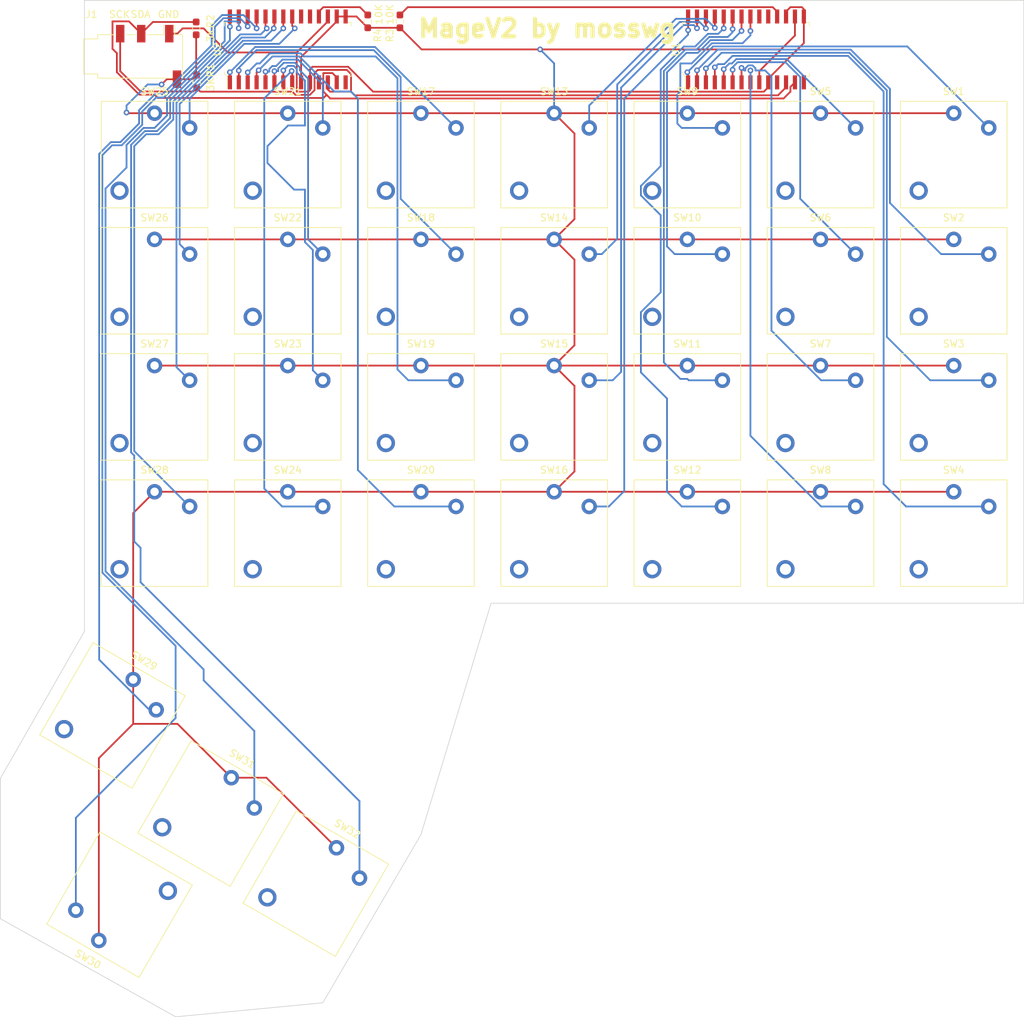
<source format=kicad_pcb>
(kicad_pcb (version 20211014) (generator pcbnew)
  (layers (0 "F.Cu" signal) (31 "B.Cu" signal) (34 "B.Paste" user) (35 "F.Paste" user) (36 "B.SilkS" user "B.Silkscreen") (37 "F.SilkS" user "F.Silkscreen") (38 "B.Mask" user) (39 "F.Mask" user) (44 "Edge.Cuts" user))
  (net 0 "")
  (net 1 "/SDA")
  (net 2 "/SCK")
  (net 3 "+5V")
  (net 4 "GND")
  (net 5 "/Reset 1")
  (net 6 "/Reset 2")
  (net 7 "Net-(SW1-Pad2)")
  (net 8 "Net-(SW2-Pad2)")
  (net 9 "Net-(SW3-Pad2)")
  (net 10 "Net-(SW4-Pad2)")
  (net 11 "Net-(SW5-Pad2)")
  (net 12 "Net-(SW6-Pad2)")
  (net 13 "Net-(SW7-Pad2)")
  (net 14 "Net-(SW8-Pad2)")
  (net 15 "Net-(SW9-Pad2)")
  (net 16 "Net-(SW10-Pad2)")
  (net 17 "Net-(SW11-Pad2)")
  (net 18 "Net-(SW12-Pad2)")
  (net 19 "Net-(SW13-Pad2)")
  (net 20 "Net-(SW14-Pad2)")
  (net 21 "Net-(SW15-Pad2)")
  (net 22 "Net-(SW16-Pad2)")
  (net 23 "Net-(SW17-Pad2)")
  (net 24 "Net-(SW18-Pad2)")
  (net 25 "Net-(SW19-Pad2)")
  (net 26 "Net-(SW20-Pad2)")
  (net 27 "Net-(SW21-Pad2)")
  (net 28 "Net-(SW22-Pad2)")
  (net 29 "Net-(SW23-Pad2)")
  (net 30 "Net-(SW24-Pad2)")
  (net 31 "Net-(SW25-Pad2)")
  (net 32 "Net-(SW26-Pad2)")
  (net 33 "Net-(SW27-Pad2)")
  (net 34 "Net-(SW28-Pad2)")
  (net 35 "Net-(SW29-Pad2)")
  (net 36 "Net-(SW30-Pad2)")
  (net 37 "Net-(SW31-Pad2)")
  (net 38 "Net-(SW32-Pad2)")
  (footprint "Switch_Keyboard_Kailh:SW_Kailh_Choc_V1V2_1.00u" (layer "F.Cu") (at 89 55)
    (fp_text reference "SW25")
    (fp_text value "SW_MEC_5G")
  )
  (footprint "Switch_Keyboard_Kailh:SW_Kailh_Choc_V1V2_1.00u" (layer "F.Cu") (at 184 55)
    (fp_text reference "SW5")
    (fp_text value "SW_MEC_5G")
  )
  (footprint "Switch_Keyboard_Kailh:SW_Kailh_Choc_V1V2_1.00u" (layer "F.Cu") (at 165 109)
    (fp_text reference "SW12")
    (fp_text value "SW_MEC_5G")
  )
  (footprint "Switch_Keyboard_Kailh:SW_Kailh_Choc_V1V2_1.00u" (layer "F.Cu") (at 184 73)
    (fp_text reference "SW6")
    (fp_text value "SW_MEC_5G")
  )
  (footprint "Switch_Keyboard_Kailh:SW_Kailh_Choc_V1V2_1.00u" (layer "F.Cu") (at 184 91)
    (fp_text reference "SW7")
    (fp_text value "SW_MEC_5G")
  )
  (footprint "Switch_Keyboard_Kailh:SW_Kailh_Choc_V1V2_1.00u" (layer "F.Cu") (at 127 91)
    (fp_text reference "SW19")
    (fp_text value "SW_MEC_5G")
  )
  (footprint "Resistor_SMD:R_0603_1608Metric_Pad0.98x0.95mm_HandSolder" (layer "F.Cu") (at 94.935 37 -90)
    (fp_text reference "R2")
    (fp_text value "3K")
  )
  (footprint "Switch_Keyboard_Kailh:SW_Kailh_Choc_V1V2_1.00u" (layer "F.Cu") (at 203 91)
    (fp_text reference "SW3")
    (fp_text value "SW_MEC_5G")
  )
  (footprint "Switch_Keyboard_Kailh:SW_Kailh_Choc_V1V2_1.00u" (layer "F.Cu") (at 165 55)
    (fp_text reference "SW9")
    (fp_text value "SW_MEC_5G")
  )
  (footprint "Switch_Keyboard_Kailh:SW_Kailh_Choc_V1V2_1.00u" (layer "F.Cu") (at 146 73)
    (fp_text reference "SW14")
    (fp_text value "SW_MEC_5G")
  )
  (footprint "Switch_Keyboard_Kailh:SW_Kailh_Choc_V1V2_1.00u" (layer "F.Cu") (at 203 55)
    (fp_text reference "SW1")
    (fp_text value "SW_MEC_5G")
  )
  (footprint "Switch_Keyboard_Kailh:SW_Kailh_Choc_V1V2_1.50u_90deg" (layer "F.Cu") (at 112 159 -30)
    (fp_text reference "SW32")
    (fp_text value "SW_MEC_5G")
  )
  (footprint "Switch_Keyboard_Kailh:SW_Kailh_Choc_V1V2_1.00u" (layer "F.Cu") (at 127 109)
    (fp_text reference "SW20")
    (fp_text value "SW_MEC_5G")
  )
  (footprint "Switch_Keyboard_Kailh:SW_Kailh_Choc_V1V2_1.00u" (layer "F.Cu") (at 83 135 -30)
    (fp_text reference "SW29")
    (fp_text value "SW_MEC_5G")
  )
  (footprint "Switch_Keyboard_Kailh:SW_Kailh_Choc_V1V2_1.00u" (layer "F.Cu") (at 165 73)
    (fp_text reference "SW10")
    (fp_text value "SW_MEC_5G")
  )
  (footprint "Connector_Audio:Jack_3.5mm_PJ320D_Horizontal" (layer "F.Cu") (at 87.27 41)
    (fp_text reference "J1")
    (fp_text value "AudioJack4")
  )
  (footprint "Switch_Keyboard_Kailh:SW_Kailh_Choc_V1V2_1.00u" (layer "F.Cu") (at 184 109)
    (fp_text reference "SW8")
    (fp_text value "SW_MEC_5G")
  )
  (footprint "Switch_Keyboard_Kailh:SW_Kailh_Choc_V1V2_1.00u" (layer "F.Cu") (at 97 149 -30)
    (fp_text reference "SW31")
    (fp_text value "SW_MEC_5G")
  )
  (footprint "Switch_Keyboard_Kailh:SW_Kailh_Choc_V1V2_1.00u" (layer "F.Cu") (at 146 91)
    (fp_text reference "SW15")
    (fp_text value "SW_MEC_5G")
  )
  (footprint "Switch_Keyboard_Kailh:SW_Kailh_Choc_V1V2_1.00u" (layer "F.Cu") (at 203 73)
    (fp_text reference "SW2")
    (fp_text value "SW_MEC_5G")
  )
  (footprint "Resistor_SMD:R_0603_1608Metric_Pad0.98x0.95mm_HandSolder" (layer "F.Cu") (at 124 36 -90)
    (fp_text reference "R3")
    (fp_text value "10K")
  )
  (footprint "digikey-footprints:SOIC-28_W7.5mm" (layer "F.Cu") (at 173.365 40 90)
    (fp_text reference "U1")
    (fp_text value "MCP23017-E_SO")
  )
  (footprint "Switch_Keyboard_Kailh:SW_Kailh_Choc_V1V2_1.00u" (layer "F.Cu") (at 165 91)
    (fp_text reference "SW11")
    (fp_text value "SW_MEC_5G")
  )
  (footprint "Switch_Keyboard_Kailh:SW_Kailh_Choc_V1V2_1.50u" (layer "F.Cu") (at 84 162 150)
    (fp_text reference "SW30")
    (fp_text value "SW_MEC_5G")
  )
  (footprint "Resistor_SMD:R_0603_1608Metric_Pad0.98x0.95mm_HandSolder" (layer "F.Cu") (at 119.4125 36 -90)
    (fp_text reference "R4")
    (fp_text value "10K")
  )
  (footprint "Switch_Keyboard_Kailh:SW_Kailh_Choc_V1V2_1.00u" (layer "F.Cu") (at 108 73)
    (fp_text reference "SW22")
    (fp_text value "SW_MEC_5G")
  )
  (footprint "Switch_Keyboard_Kailh:SW_Kailh_Choc_V1V2_1.00u" (layer "F.Cu") (at 203 109)
    (fp_text reference "SW4")
    (fp_text value "SW_MEC_5G")
  )
  (footprint "Switch_Keyboard_Kailh:SW_Kailh_Choc_V1V2_1.00u" (layer "F.Cu") (at 108 55)
    (fp_text reference "SW21")
    (fp_text value "SW_MEC_5G")
  )
  (footprint "Switch_Keyboard_Kailh:SW_Kailh_Choc_V1V2_1.00u" (layer "F.Cu") (at 127 55)
    (fp_text reference "SW17")
    (fp_text value "SW_MEC_5G")
  )
  (footprint "Switch_Keyboard_Kailh:SW_Kailh_Choc_V1V2_1.00u" (layer "F.Cu") (at 146 109)
    (fp_text reference "SW16")
    (fp_text value "SW_MEC_5G")
  )
  (footprint "Resistor_SMD:R_0603_1608Metric_Pad0.98x0.95mm_HandSolder" (layer "F.Cu") (at 95 44.578052 90)
    (fp_text reference "R1")
    (fp_text value "3K")
  )
  (footprint "Switch_Keyboard_Kailh:SW_Kailh_Choc_V1V2_1.00u" (layer "F.Cu") (at 89 73)
    (fp_text reference "SW26")
    (fp_text value "SW_MEC_5G")
  )
  (footprint "digikey-footprints:SOIC-28_W7.5mm" (layer "F.Cu") (at 108 40 90)
    (fp_text reference "U2")
    (fp_text value "MCP23017-E_SO")
  )
  (footprint "Switch_Keyboard_Kailh:SW_Kailh_Choc_V1V2_1.00u" (layer "F.Cu") (at 108 109)
    (fp_text reference "SW24")
    (fp_text value "SW_MEC_5G")
  )
  (footprint "Switch_Keyboard_Kailh:SW_Kailh_Choc_V1V2_1.00u" (layer "F.Cu") (at 127 73)
    (fp_text reference "SW18")
    (fp_text value "SW_MEC_5G")
  )
  (footprint "Switch_Keyboard_Kailh:SW_Kailh_Choc_V1V2_1.00u" (layer "F.Cu") (at 89 91)
    (fp_text reference "SW27")
    (fp_text value "SW_MEC_5G")
  )
  (footprint "Switch_Keyboard_Kailh:SW_Kailh_Choc_V1V2_1.00u" (layer "F.Cu") (at 89 109)
    (fp_text reference "SW28")
    (fp_text value "SW_MEC_5G")
  )
  (footprint "Switch_Keyboard_Kailh:SW_Kailh_Choc_V1V2_1.00u" (layer "F.Cu") (at 146 55)
    (fp_text reference "SW13")
    (fp_text value "SW_MEC_5G")
  )
  (footprint "Switch_Keyboard_Kailh:SW_Kailh_Choc_V1V2_1.00u" (layer "F.Cu") (at 108 91)
    (fp_text reference "SW23")
    (fp_text value "SW_MEC_5G")
  )
  (gr_line (start 79 47) (end 79 33) (layer "Edge.Cuts") (width 0.1))
  (gr_line (start 137 119) (end 127 152) (layer "Edge.Cuts") (width 0.1))
  (gr_line (start 92 178) (end 113 176) (layer "Edge.Cuts") (width 0.1))
  (gr_line (start 79 47) (end 79 123) (layer "Edge.Cuts") (width 0.1))
  (gr_line (start 213 119) (end 137 119) (layer "Edge.Cuts") (width 0.1))
  (gr_line (start 79 33) (end 213 33) (layer "Edge.Cuts") (width 0.1))
  (gr_line (start 127 152) (end 113 176) (layer "Edge.Cuts") (width 0.1))
  (gr_line (start 213 33) (end 213 119) (layer "Edge.Cuts") (width 0.1))
  (gr_line (start 79 123) (end 67 144) (layer "Edge.Cuts") (width 0.1))
  (gr_line (start 67 164) (end 67 144) (layer "Edge.Cuts") (width 0.1))
  (gr_line (start 92 178) (end 67 164) (layer "Edge.Cuts") (width 0.1))
  (gr_text "GND" (at 91 35) (layer "F.SilkS") (effects (font (size 1 1))))
  (gr_text "SDA" (at 87 35) (layer "F.SilkS") (effects (font (size 1 1))))
  (gr_text "MageV2 by mosswg" (at 145 37) (layer "F.SilkS") (effects (font (size 2.5 2.5) (thickness 0.6))))
  (gr_text "SCK" (at 84 35) (layer "F.SilkS") (effects (font (size 1 1))))
  (segment (start 89 46.45) (end 89.475 46.925) (width 0.25) (layer "F.Cu") (net 1))
  (segment (start 113.09 46.925) (end 113.54 46.475) (width 0.25) (layer "F.Cu") (net 1))
  (segment (start 88.7575 36.0875) (end 94.935 36.0875) (width 0.25) (layer "F.Cu") (net 1))
  (segment (start 83 36) (end 83 39.914008) (width 0.25) (layer "F.Cu") (net 1))
  (segment (start 113.07 46.005) (end 113.07 43.395) (width 0.25) (layer "F.Cu") (net 1))
  (segment (start 180.35 44.7) (end 179.705 45.345) (width 0.25) (layer "F.Cu") (net 1))
  (segment (start 113.07 43.395) (end 113.09 43.375) (width 0.25) (layer "F.Cu") (net 1))
  (segment (start 115 44.685) (end 114.985 44.7) (width 0.25) (layer "F.Cu") (net 1))
  (segment (start 179.705 45.345) (end 179.705 46.025) (width 0.25) (layer "F.Cu") (net 1))
  (segment (start 114.065 47) (end 113.54 46.475) (width 0.25) (layer "F.Cu") (net 1))
  (segment (start 178.73 47) (end 114.065 47) (width 0.25) (layer "F.Cu") (net 1))
  (segment (start 83.620001 40.534009) (end 83.620001 43.256397) (width 0.25) (layer "F.Cu") (net 1))
  (segment (start 87.095 37.75) (end 88.7575 36.0875) (width 0.25) (layer "F.Cu") (net 1))
  (segment (start 114.375 43.375) (end 115 44) (width 0.25) (layer "F.Cu") (net 1))
  (segment (start 85.345 36) (end 83 36) (width 0.25) (layer "F.Cu") (net 1))
  (segment (start 113.09 43.375) (end 114.375 43.375) (width 0.25) (layer "F.Cu") (net 1))
  (segment (start 83 39.914008) (end 83.620001 40.534009) (width 0.25) (layer "F.Cu") (net 1))
  (segment (start 87.095 37.75) (end 85.345 36) (width 0.25) (layer "F.Cu") (net 1))
  (segment (start 179.705 46.025) (end 178.73 47) (width 0.25) (layer "F.Cu") (net 1))
  (segment (start 89.475 46.925) (end 113.09 46.925) (width 0.25) (layer "F.Cu") (net 1))
  (segment (start 113.54 46.475) (end 113.07 46.005) (width 0.25) (layer "F.Cu") (net 1))
  (segment (start 86.813604 46.45) (end 89 46.45) (width 0.25) (layer "F.Cu") (net 1))
  (segment (start 115 44) (end 115 44.685) (width 0.25) (layer "F.Cu") (net 1))
  (segment (start 83.620001 43.256397) (end 86.813604 46.45) (width 0.25) (layer "F.Cu") (net 1))
  (segment (start 117.025 46.025) (end 114.025 46.025) (width 0.25) (layer "F.Cu") (net 2))
  (segment (start 117.025 46.025) (end 117.55 46.55) (width 0.25) (layer "F.Cu") (net 2))
  (segment (start 113.715 45.715) (end 113.715 44.7) (width 0.25) (layer "F.Cu") (net 2))
  (segment (start 117.025 43.52) (end 116.43 42.925) (width 0.25) (layer "F.Cu") (net 2))
  (segment (start 114.025 46.025) (end 113.715 45.715) (width 0.25) (layer "F.Cu") (net 2))
  (segment (start 111.82 43.375) (end 111.82 45.816396) (width 0.25) (layer "F.Cu") (net 2))
  (segment (start 94.490552 46) (end 87 46) (width 0.25) (layer "F.Cu") (net 2))
  (segment (start 117.55 46.55) (end 177.93 46.55) (width 0.25) (layer "F.Cu") (net 2))
  (segment (start 95.534448 46.025) (end 95 45.490552) (width 0.25) (layer "F.Cu") (net 2))
  (segment (start 108.643604 46.025) (end 95.534448 46.025) (width 0.25) (layer "F.Cu") (net 2))
  (segment (start 117.025 46.025) (end 117.025 43.52) (width 0.25) (layer "F.Cu") (net 2))
  (segment (start 95 45.490552) (end 94.490552 46) (width 0.25) (layer "F.Cu") (net 2))
  (segment (start 112.27 42.925) (end 111.82 43.375) (width 0.25) (layer "F.Cu") (net 2))
  (segment (start 116.43 42.925) (end 112.27 42.925) (width 0.25) (layer "F.Cu") (net 2))
  (segment (start 109.093604 46.475) (end 108.643604 46.025) (width 0.25) (layer "F.Cu") (net 2))
  (segment (start 87 46) (end 84.095 43.095) (width 0.25) (layer "F.Cu") (net 2))
  (segment (start 84.095 43.095) (end 84.095 37.75) (width 0.25) (layer "F.Cu") (net 2))
  (segment (start 177.93 46.55) (end 179.08 45.4) (width 0.25) (layer "F.Cu") (net 2))
  (segment (start 111.82 45.816396) (end 111.161396 46.475) (width 0.25) (layer "F.Cu") (net 2))
  (segment (start 111.161396 46.475) (end 109.093604 46.475) (width 0.25) (layer "F.Cu") (net 2))
  (segment (start 184 67.1) (end 203 67.1) (width 0.25) (layer "F.Cu") (net 3))
  (segment (start 108 103.1) (end 89 103.1) (width 0.25) (layer "F.Cu") (net 3))
  (segment (start 89 49.1) (end 108 49.1) (width 0.25) (layer "F.Cu") (net 3))
  (segment (start 127 85.1) (end 108 85.1) (width 0.25) (layer "F.Cu") (net 3))
  (segment (start 184 103.1) (end 203 103.1) (width 0.25) (layer "F.Cu") (net 3))
  (segment (start 146 85.1) (end 148.900001 82.199999) (width 0.25) (layer "F.Cu") (net 3))
  (segment (start 146 49.1) (end 165 49.1) (width 0.25) (layer "F.Cu") (net 3))
  (segment (start 92.195 44.25) (end 90.75 44.25) (width 0.25) (layer "F.Cu") (net 3))
  (segment (start 85.95 136.20955) (end 85.95 129.89045) (width 0.25) (layer "F.Cu") (net 3))
  (segment (start 165 49.1) (end 184 49.1) (width 0.25) (layer "F.Cu") (net 3))
  (segment (start 146 67.1) (end 127 67.1) (width 0.25) (layer "F.Cu") (net 3))
  (segment (start 108 85.1) (end 89 85.1) (width 0.25) (layer "F.Cu") (net 3))
  (segment (start 146 67.1) (end 165 67.1) (width 0.25) (layer "F.Cu") (net 3))
  (segment (start 146 49.1) (end 148.900001 52.000001) (width 0.25) (layer "F.Cu") (net 3))
  (segment (start 148.900001 88.000001) (end 146 85.1) (width 0.25) (layer "F.Cu") (net 3))
  (segment (start 95 43.665552) (end 94.415552 44.25) (width 0.25) (layer "F.Cu") (net 3))
  (segment (start 148.900001 52.000001) (end 148.900001 64.199999) (width 0.25) (layer "F.Cu") (net 3))
  (segment (start 127 103.1) (end 108 103.1) (width 0.25) (layer "F.Cu") (net 3))
  (segment (start 127.0875 40) (end 124 36.9125) (width 0.25) (layer "F.Cu") (net 3))
  (segment (start 146 85.1) (end 127 85.1) (width 0.25) (layer "F.Cu") (net 3))
  (segment (start 146 103.1) (end 127 103.1) (width 0.25) (layer "F.Cu") (net 3))
  (segment (start 108 67.1) (end 89 67.1) (width 0.25) (layer "F.Cu") (net 3))
  (segment (start 94.935 43.600552) (end 95 43.665552) (width 0.25) (layer "F.Cu") (net 3))
  (segment (start 94.415552 44.25) (end 92.195 44.25) (width 0.25) (layer "F.Cu") (net 3))
  (segment (start 127 67.1) (end 108 67.1) (width 0.25) (layer "F.Cu") (net 3))
  (segment (start 92.2691 136.20955) (end 99.95 143.89045) (width 0.25) (layer "F.Cu") (net 3))
  (segment (start 85.95 136.20955) (end 92.2691 136.20955) (width 0.25) (layer "F.Cu") (net 3))
  (segment (start 117.8 35.3) (end 119.4125 36.9125) (width 0.25) (layer "F.Cu") (net 3))
  (segment (start 144 40) (end 127.0875 40) (width 0.25) (layer "F.Cu") (net 3))
  (segment (start 89 103.1) (end 85.95 106.15) (width 0.25) (layer "F.Cu") (net 3))
  (segment (start 165 103.1) (end 184 103.1) (width 0.25) (layer "F.Cu") (net 3))
  (segment (start 114.985 35.3) (end 114.985 36) (width 0.25) (layer "F.Cu") (net 3))
  (segment (start 85.95 106.15) (end 85.95 129.89045) (width 0.25) (layer "F.Cu") (net 3))
  (segment (start 148.900001 82.199999) (end 148.900001 70.000001) (width 0.25) (layer "F.Cu") (net 3))
  (segment (start 116.255 35.3) (end 114.985 35.3) (width 0.25) (layer "F.Cu") (net 3))
  (segment (start 148.900001 70.000001) (end 146 67.1) (width 0.25) (layer "F.Cu") (net 3))
  (segment (start 85 49) (end 85.1 49.1) (width 0.25) (layer "F.Cu") (net 3))
  (segment (start 94.935 37.9125) (end 94.935 43.600552) (width 0.25) (layer "F.Cu") (net 3))
  (segment (start 124 36.9125) (end 119.4125 36.9125) (width 0.25) (layer "F.Cu") (net 3))
  (segment (start 148.900001 100.199999) (end 148.900001 88.000001) (width 0.25) (layer "F.Cu") (net 3))
  (segment (start 148.900001 64.199999) (end 146 67.1) (width 0.25) (layer "F.Cu") (net 3))
  (segment (start 81.05 141.10955) (end 85.95 136.20955) (width 0.25) (layer "F.Cu") (net 3))
  (segment (start 184 85.1) (end 203 85.1) (width 0.25) (layer "F.Cu") (net 3))
  (segment (start 146 85.1) (end 165 85.1) (width 0.25) (layer "F.Cu") (net 3))
  (segment (start 109.905 41.08) (end 109.905 44.7) (width 0.25) (layer "F.Cu") (net 3))
  (segment (start 165 85.1) (end 184 85.1) (width 0.25) (layer "F.Cu") (net 3))
  (segment (start 116.255 35.3) (end 117.8 35.3) (width 0.25) (layer "F.Cu") (net 3))
  (segment (start 81.05 141.10955) (end 81.05 167.10955) (width 0.25) (layer "F.Cu") (net 3))
  (segment (start 146 103.1) (end 148.900001 100.199999) (width 0.25) (layer "F.Cu") (net 3))
  (segment (start 175.27 43.095) (end 178.365 40) (width 0.25) (layer "F.Cu") (net 3))
  (segment (start 175.27 44.7) (end 175.27 43.095) (width 0.25) (layer "F.Cu") (net 3))
  (segment (start 90.75 44.25) (end 90 45) (width 0.25) (layer "F.Cu") (net 3))
  (segment (start 144 40) (end 178.365 40) (width 0.25) (layer "F.Cu") (net 3))
  (segment (start 165 67.1) (end 184 67.1) (width 0.25) (layer "F.Cu") (net 3))
  (segment (start 127 49.1) (end 146 49.1) (width 0.25) (layer "F.Cu") (net 3))
  (segment (start 99.95 143.89045) (end 104.95 143.89045) (width 0.25) (layer "F.Cu") (net 3))
  (segment (start 104.95 143.89045) (end 114.95 153.89045) (width 0.25) (layer "F.Cu") (net 3))
  (segment (start 203 49.1) (end 184 49.1) (width 0.25) (layer "F.Cu") (net 3))
  (segment (start 85.1 49.1) (end 89 49.1) (width 0.25) (layer "F.Cu") (net 3))
  (segment (start 180.35 38.015) (end 180.35 35.3) (width 0.25) (layer "F.Cu") (net 3))
  (segment (start 146 103.1) (end 165 103.1) (width 0.25) (layer "F.Cu") (net 3))
  (segment (start 178.365 40) (end 180.35 38.015) (width 0.25) (layer "F.Cu") (net 3))
  (segment (start 108 49.1) (end 127 49.1) (width 0.25) (layer "F.Cu") (net 3))
  (segment (start 114.985 36) (end 109.905 41.08) (width 0.25) (layer "F.Cu") (net 3))
  (via (at 90 45) (size 0.8) (drill 0.4) (layers "F.Cu" "B.Cu") (net 3))
  (via (at 85 49) (size 0.8) (drill 0.4) (layers "F.Cu" "B.Cu") (net 3))
  (via (at 144 40) (size 0.8) (drill 0.4) (layers "F.Cu" "B.Cu") (net 3))
  (segment (start 85 49) (end 85 48) (width 0.25) (layer "B.Cu") (net 3))
  (segment (start 144 40) (end 146 42) (width 0.25) (layer "B.Cu") (net 3))
  (segment (start 85 48) (end 88 45) (width 0.25) (layer "B.Cu") (net 3))
  (segment (start 88 45) (end 90 45) (width 0.25) (layer "B.Cu") (net 3))
  (segment (start 146 42) (end 146 49.1) (width 0.25) (layer "B.Cu") (net 3))
  (segment (start 111.175 45.825) (end 111.175 44.7) (width 0.25) (layer "F.Cu") (net 4))
  (segment (start 116.616396 42.475) (end 111.525 42.475) (width 0.25) (layer "F.Cu") (net 4))
  (segment (start 176.54 45.4) (end 175.915 46.025) (width 0.25) (layer "F.Cu") (net 4))
  (segment (start 111.525 42.475) (end 111.175 42.825) (width 0.25) (layer "F.Cu") (net 4))
  (segment (start 113.715 36) (end 109.28 40.435) (width 0.25) (layer "F.Cu") (net 4))
  (segment (start 179.705 33.975) (end 181.34 33.975) (width 0.25) (layer "F.Cu") (net 4))
  (segment (start 109.28 46.025) (end 110.975 46.025) (width 0.25) (layer "F.Cu") (net 4))
  (segment (start 99.435 40.435) (end 109.28 40.435) (width 0.25) (layer "F.Cu") (net 4))
  (segment (start 175.915 46.025) (end 120.166396 46.025) (width 0.25) (layer "F.Cu") (net 4))
  (segment (start 93 37) (end 96 37) (width 0.25) (layer "F.Cu") (net 4))
  (segment (start 181.62 39.095) (end 176.54 44.175) (width 0.25) (layer "F.Cu") (net 4))
  (segment (start 92.25 37.75) (end 93 37) (width 0.25) (layer "F.Cu") (net 4))
  (segment (start 96 37) (end 99.435 40.435) (width 0.25) (layer "F.Cu") (net 4))
  (segment (start 91.095 37.75) (end 92.25 37.75) (width 0.25) (layer "F.Cu") (net 4))
  (segment (start 111.175 42.825) (end 111.175 44.7) (width 0.25) (layer "F.Cu") (net 4))
  (segment (start 181.34 33.975) (end 181.62 34.255) (width 0.25) (layer "F.Cu") (net 4))
  (segment (start 120.166396 46.025) (end 116.616396 42.475) (width 0.25) (layer "F.Cu") (net 4))
  (segment (start 179.08 34.6) (end 179.705 33.975) (width 0.25) (layer "F.Cu") (net 4))
  (segment (start 181.62 35.3) (end 181.62 39.095) (width 0.25) (layer "F.Cu") (net 4))
  (segment (start 113.715 35.3) (end 113.715 36) (width 0.25) (layer "F.Cu") (net 4))
  (segment (start 110.975 46.025) (end 111.175 45.825) (width 0.25) (layer "F.Cu") (net 4))
  (segment (start 109.28 40.435) (end 109.28 46.025) (width 0.25) (layer "F.Cu") (net 4))
  (segment (start 177.185 33.975) (end 177.81 34.6) (width 0.25) (layer "F.Cu") (net 5))
  (segment (start 125.1125 33.975) (end 177.185 33.975) (width 0.25) (layer "F.Cu") (net 5))
  (segment (start 124 35.0875) (end 125.1125 33.975) (width 0.25) (layer "F.Cu") (net 5))
  (segment (start 112.445 34.6) (end 113.07 33.975) (width 0.25) (layer "F.Cu") (net 6))
  (segment (start 118.3 33.975) (end 119.4125 35.0875) (width 0.25) (layer "F.Cu") (net 6))
  (segment (start 113.07 33.975) (end 118.3 33.975) (width 0.25) (layer "F.Cu") (net 6))
  (segment (start 112.445 35.3) (end 112.445 34.6) (width 0.25) (layer "F.Cu") (net 6))
  (segment (start 165.11 43.255) (end 165.11 44.7) (width 0.25) (layer "F.Cu") (net 7))
  (via (at 165 43.255) (size 0.8) (drill 0.4) (layers "F.Cu" "B.Cu") (net 7))
  (segment (start 168.68 39.575) (end 196.375 39.575) (width 0.25) (layer "B.Cu") (net 7))
  (segment (start 165 43.255) (end 168.68 39.575) (width 0.25) (layer "B.Cu") (net 7))
  (segment (start 196.375 39.575) (end 208 51.2) (width 0.25) (layer "B.Cu") (net 7))
  (segment (start 166.38 42.985) (end 166.38 44.7) (width 0.25) (layer "F.Cu") (net 8))
  (via (at 166.38 42.985) (size 0.8) (drill 0.4) (layers "F.Cu" "B.Cu") (net 8))
  (segment (start 193.9 45.627208) (end 193.9 61.9) (width 0.25) (layer "B.Cu") (net 8))
  (segment (start 188.297792 40.025) (end 193.9 45.627208) (width 0.25) (layer "B.Cu") (net 8))
  (segment (start 169.314695 40.025) (end 188.297792 40.025) (width 0.25) (layer "B.Cu") (net 8))
  (segment (start 193.9 61.9) (end 201.2 69.2) (width 0.25) (layer "B.Cu") (net 8))
  (segment (start 166.38 42.959695) (end 169.314695 40.025) (width 0.25) (layer "B.Cu") (net 8))
  (segment (start 166.38 42.985) (end 166.38 42.959695) (width 0.25) (layer "B.Cu") (net 8))
  (segment (start 201.2 69.2) (end 208 69.2) (width 0.25) (layer "B.Cu") (net 8))
  (segment (start 167.65 42.715) (end 167.65 44.7) (width 0.25) (layer "F.Cu") (net 9))
  (via (at 167.65 42.715) (size 0.8) (drill 0.4) (layers "F.Cu" "B.Cu") (net 9))
  (segment (start 193.45 81) (end 199.65 87.2) (width 0.25) (layer "B.Cu") (net 9))
  (segment (start 193.45 45.813604) (end 193.45 81) (width 0.25) (layer "B.Cu") (net 9))
  (segment (start 188.111396 40.475) (end 193.45 45.813604) (width 0.25) (layer "B.Cu") (net 9))
  (segment (start 199.65 87.2) (end 208 87.2) (width 0.25) (layer "B.Cu") (net 9))
  (segment (start 169.89 40.475) (end 188.111396 40.475) (width 0.25) (layer "B.Cu") (net 9))
  (segment (start 167.65 42.715) (end 169.89 40.475) (width 0.25) (layer "B.Cu") (net 9))
  (segment (start 168.92 42.555) (end 168.92 44.7) (width 0.25) (layer "F.Cu") (net 10))
  (via (at 168.92 42.555) (size 0.8) (drill 0.4) (layers "F.Cu" "B.Cu") (net 10))
  (segment (start 193 46) (end 193 102) (width 0.25) (layer "B.Cu") (net 10))
  (segment (start 168.92 42.555) (end 169.375 42.1) (width 0.25) (layer "B.Cu") (net 10))
  (segment (start 171.438604 40.925) (end 187.925 40.925) (width 0.25) (layer "B.Cu") (net 10))
  (segment (start 170.263604 42.1) (end 171.438604 40.925) (width 0.25) (layer "B.Cu") (net 10))
  (segment (start 193 102) (end 196.2 105.2) (width 0.25) (layer "B.Cu") (net 10))
  (segment (start 169.375 42.1) (end 170.263604 42.1) (width 0.25) (layer "B.Cu") (net 10))
  (segment (start 187.925 40.925) (end 193 46) (width 0.25) (layer "B.Cu") (net 10))
  (segment (start 196.2 105.2) (end 208 105.2) (width 0.25) (layer "B.Cu") (net 10))
  (segment (start 170.19 44.7) (end 170.19 42.825) (width 0.25) (layer "F.Cu") (net 11))
  (via (at 170.19 42.825) (size 0.8) (drill 0.4) (layers "F.Cu" "B.Cu") (net 11))
  (segment (start 170.19 42.825) (end 170.19 42.81) (width 0.25) (layer "B.Cu") (net 11))
  (segment (start 171 42) (end 171.363604 42) (width 0.25) (layer "B.Cu") (net 11))
  (segment (start 171.363604 42) (end 171.988604 41.375) (width 0.25) (layer "B.Cu") (net 11))
  (segment (start 170.19 42.81) (end 171 42) (width 0.25) (layer "B.Cu") (net 11))
  (segment (start 171.988604 41.375) (end 179.175 41.375) (width 0.25) (layer "B.Cu") (net 11))
  (segment (start 179.175 41.375) (end 189 51.2) (width 0.25) (layer "B.Cu") (net 11))
  (segment (start 171.46 42.905) (end 171.46 44.7) (width 0.25) (layer "F.Cu") (net 12))
  (via (at 171.46 42.905) (size 0.8) (drill 0.4) (layers "F.Cu" "B.Cu") (net 12))
  (segment (start 171.46 42.54) (end 172.175 41.825) (width 0.25) (layer "B.Cu") (net 12))
  (segment (start 181.099999 61.299999) (end 189 69.2) (width 0.25) (layer "B.Cu") (net 12))
  (segment (start 181.099999 43.936395) (end 181.099999 61.299999) (width 0.25) (layer "B.Cu") (net 12))
  (segment (start 172.175 41.825) (end 178.988604 41.825) (width 0.25) (layer "B.Cu") (net 12))
  (segment (start 171.46 42.905) (end 171.46 42.54) (width 0.25) (layer "B.Cu") (net 12))
  (segment (start 178.988604 41.825) (end 181.099999 43.936395) (width 0.25) (layer "B.Cu") (net 12))
  (segment (start 172.73 42.635) (end 172.73 44.7) (width 0.25) (layer "F.Cu") (net 13))
  (via (at 172.73 42.635) (size 0.8) (drill 0.4) (layers "F.Cu" "B.Cu") (net 13))
  (segment (start 174.300305 42.275) (end 174.725 42.699695) (width 0.25) (layer "B.Cu") (net 13))
  (segment (start 174.725 43) (end 176.1 43) (width 0.25) (layer "B.Cu") (net 13))
  (segment (start 177 43.9) (end 177 80.115255) (width 0.25) (layer "B.Cu") (net 13))
  (segment (start 172.73 42.635) (end 173.095 43) (width 0.25) (layer "B.Cu") (net 13))
  (segment (start 177 80.115255) (end 184.084745 87.2) (width 0.25) (layer "B.Cu") (net 13))
  (segment (start 176.1 43) (end 177 43.9) (width 0.25) (layer "B.Cu") (net 13))
  (segment (start 173.699695 42.275) (end 174.300305 42.275) (width 0.25) (layer "B.Cu") (net 13))
  (segment (start 174.725 42.699695) (end 174.725 43) (width 0.25) (layer "B.Cu") (net 13))
  (segment (start 173.275 42.699695) (end 173.699695 42.275) (width 0.25) (layer "B.Cu") (net 13))
  (segment (start 173.275 43) (end 173.275 42.699695) (width 0.25) (layer "B.Cu") (net 13))
  (segment (start 184.084745 87.2) (end 189 87.2) (width 0.25) (layer "B.Cu") (net 13))
  (segment (start 173.095 43) (end 173.275 43) (width 0.25) (layer "B.Cu") (net 13))
  (segment (start 174 44.7) (end 174 43) (width 0.25) (layer "F.Cu") (net 14))
  (via (at 174 43) (size 0.8) (drill 0.4) (layers "F.Cu" "B.Cu") (net 14))
  (segment (start 174 43) (end 174 95.115255) (width 0.25) (layer "B.Cu") (net 14))
  (segment (start 184.084745 105.2) (end 189 105.2) (width 0.25) (layer "B.Cu") (net 14))
  (segment (start 174 95.115255) (end 184.084745 105.2) (width 0.25) (layer "B.Cu") (net 14))
  (segment (start 174 37.365) (end 174 35.3) (width 0.25) (layer "F.Cu") (net 15))
  (via (at 174 37.365) (size 0.8) (drill 0.4) (layers "F.Cu" "B.Cu") (net 15))
  (segment (start 164 46) (end 163.575 46.425) (width 0.25) (layer "B.Cu") (net 15))
  (segment (start 174 37.365) (end 174 38) (width 0.25) (layer "B.Cu") (net 15))
  (segment (start 163.575 46.425) (end 163.575 50.575) (width 0.25) (layer "B.Cu") (net 15))
  (segment (start 168.493604 39.125) (end 165.618604 42) (width 0.25) (layer "B.Cu") (net 15))
  (segment (start 164 42) (end 164 46) (width 0.25) (layer "B.Cu") (net 15))
  (segment (start 174 38) (end 172.875 39.125) (width 0.25) (layer "B.Cu") (net 15))
  (segment (start 165.618604 42) (end 164 42) (width 0.25) (layer "B.Cu") (net 15))
  (segment (start 163.575 50.575) (end 164.2 51.2) (width 0.25) (layer "B.Cu") (net 15))
  (segment (start 164.2 51.2) (end 170 51.2) (width 0.25) (layer "B.Cu") (net 15))
  (segment (start 172.875 39.125) (end 168.493604 39.125) (width 0.25) (layer "B.Cu") (net 15))
  (segment (start 172.73 37.365) (end 172.73 35.3) (width 0.25) (layer "F.Cu") (net 16))
  (via (at 172.73 37.365) (size 0.8) (drill 0.4) (layers "F.Cu" "B.Cu") (net 16))
  (segment (start 172.73 37.365) (end 171.42 38.675) (width 0.25) (layer "B.Cu") (net 16))
  (segment (start 162.099999 43.263605) (end 162.099999 68.099999) (width 0.25) (layer "B.Cu") (net 16))
  (segment (start 166.491104 40.491104) (end 164.8725 40.491104) (width 0.25) (layer "B.Cu") (net 16))
  (segment (start 171.42 38.675) (end 168.307208 38.675) (width 0.25) (layer "B.Cu") (net 16))
  (segment (start 164.8725 40.491104) (end 162.099999 43.263605) (width 0.25) (layer "B.Cu") (net 16))
  (segment (start 168.307208 38.675) (end 166.491104 40.491104) (width 0.25) (layer "B.Cu") (net 16))
  (segment (start 162.099999 68.099999) (end 163.2 69.2) (width 0.25) (layer "B.Cu") (net 16))
  (segment (start 163.2 69.2) (end 170 69.2) (width 0.25) (layer "B.Cu") (net 16))
  (segment (start 171.46 35.3) (end 171.46 37.095) (width 0.25) (layer "F.Cu") (net 17))
  (via (at 171.46 37.095) (size 0.8) (drill 0.4) (layers "F.Cu" "B.Cu") (net 17))
  (segment (start 171.46 37.54) (end 170.775 38.225) (width 0.25) (layer "B.Cu") (net 17))
  (segment (start 165 87) (end 165.2 87.2) (width 0.25) (layer "B.Cu") (net 17))
  (segment (start 168.120812 38.225) (end 166.304708 40.041104) (width 0.25) (layer "B.Cu") (net 17))
  (segment (start 164 87) (end 165 87) (width 0.25) (layer "B.Cu") (net 17))
  (segment (start 171.46 37.095) (end 171.46 37.54) (width 0.25) (layer "B.Cu") (net 17))
  (segment (start 165.2 87.2) (end 170 87.2) (width 0.25) (layer "B.Cu") (net 17))
  (segment (start 164.686104 40.041104) (end 161.649999 43.077209) (width 0.25) (layer "B.Cu") (net 17))
  (segment (start 161.649999 84.649999) (end 164 87) (width 0.25) (layer "B.Cu") (net 17))
  (segment (start 170.775 38.225) (end 168.120812 38.225) (width 0.25) (layer "B.Cu") (net 17))
  (segment (start 161.649999 43.077209) (end 161.649999 84.649999) (width 0.25) (layer "B.Cu") (net 17))
  (segment (start 166.304708 40.041104) (end 164.686104 40.041104) (width 0.25) (layer "B.Cu") (net 17))
  (segment (start 170.19 37) (end 170.19 35.3) (width 0.25) (layer "F.Cu") (net 18))
  (via (at 170.19 37) (size 0.8) (drill 0.4) (layers "F.Cu" "B.Cu") (net 18))
  (segment (start 164.2 105.2) (end 170 105.2) (width 0.25) (layer "B.Cu") (net 18))
  (segment (start 161.199999 63.648097) (end 161.199999 74.651903) (width 0.25) (layer "B.Cu") (net 18))
  (segment (start 167.934416 37.775) (end 166.118312 39.591104) (width 0.25) (layer "B.Cu") (net 18))
  (segment (start 170.19 37) (end 169.415 37.775) (width 0.25) (layer "B.Cu") (net 18))
  (segment (start 158.375 59.476902) (end 158.375 60.823098) (width 0.25) (layer "B.Cu") (net 18))
  (segment (start 166.118312 39.591104) (end 164.499708 39.591104) (width 0.25) (layer "B.Cu") (net 18))
  (segment (start 162.099999 103.099999) (end 164.2 105.2) (width 0.25) (layer "B.Cu") (net 18))
  (segment (start 161.199999 74.651903) (end 158.375 77.476902) (width 0.25) (layer "B.Cu") (net 18))
  (segment (start 162.099999 89.79878) (end 162.099999 103.099999) (width 0.25) (layer "B.Cu") (net 18))
  (segment (start 169.415 37.775) (end 167.934416 37.775) (width 0.25) (layer "B.Cu") (net 18))
  (segment (start 158.375 60.823098) (end 161.199999 63.648097) (width 0.25) (layer "B.Cu") (net 18))
  (segment (start 161.199999 56.651903) (end 158.375 59.476902) (width 0.25) (layer "B.Cu") (net 18))
  (segment (start 161.199999 42.890813) (end 161.199999 56.651903) (width 0.25) (layer "B.Cu") (net 18))
  (segment (start 158.375 77.476902) (end 158.375 86.073781) (width 0.25) (layer "B.Cu") (net 18))
  (segment (start 158.375 86.073781) (end 162.099999 89.79878) (width 0.25) (layer "B.Cu") (net 18))
  (segment (start 164.499708 39.591104) (end 161.199999 42.890813) (width 0.25) (layer "B.Cu") (net 18))
  (segment (start 168.92 36.92) (end 168.92 35.3) (width 0.25) (layer "F.Cu") (net 19))
  (via (at 168.92 36.92) (size 0.8) (drill 0.4) (layers "F.Cu" "B.Cu") (net 19))
  (segment (start 151 48) (end 151 51.2) (width 0.25) (layer "B.Cu") (net 19))
  (segment (start 163.37 35.63) (end 151 48) (width 0.25) (layer "B.Cu") (net 19))
  (segment (start 167.63 35.63) (end 163.37 35.63) (width 0.25) (layer "B.Cu") (net 19))
  (segment (start 168.92 36.92) (end 167.63 35.63) (width 0.25) (layer "B.Cu") (net 19))
  (segment (start 167.65 37) (end 167.65 35.3) (width 0.25) (layer "F.Cu") (net 20))
  (via (at 167.65 37) (size 0.8) (drill 0.4) (layers "F.Cu" "B.Cu") (net 20))
  (segment (start 163.92 36.08) (end 155 45) (width 0.25) (layer "B.Cu") (net 20))
  (segment (start 166.73 36.08) (end 163.92 36.08) (width 0.25) (layer "B.Cu") (net 20))
  (segment (start 155 45) (end 155 67) (width 0.25) (layer "B.Cu") (net 20))
  (segment (start 155 67) (end 152.8 69.2) (width 0.25) (layer "B.Cu") (net 20))
  (segment (start 167.65 37) (end 166.73 36.08) (width 0.25) (layer "B.Cu") (net 20))
  (segment (start 152.8 69.2) (end 151 69.2) (width 0.25) (layer "B.Cu") (net 20))
  (segment (start 166.38 36.985) (end 166.38 35.3) (width 0.25) (layer "F.Cu") (net 21))
  (via (at 166.38 36.985) (size 0.8) (drill 0.4) (layers "F.Cu" "B.Cu") (net 21))
  (segment (start 164.47 36.53) (end 155.55 45.45) (width 0.25) (layer "B.Cu") (net 21))
  (segment (start 166.38 36.985) (end 165.925 36.53) (width 0.25) (layer "B.Cu") (net 21))
  (segment (start 155.55 86) (end 154.35 87.2) (width 0.25) (layer "B.Cu") (net 21))
  (segment (start 155.55 45.45) (end 155.55 86) (width 0.25) (layer "B.Cu") (net 21))
  (segment (start 165.925 36.53) (end 164.47 36.53) (width 0.25) (layer "B.Cu") (net 21))
  (segment (start 154.35 87.2) (end 151 87.2) (width 0.25) (layer "B.Cu") (net 21))
  (segment (start 165.11 37.255) (end 165.11 35.3) (width 0.25) (layer "F.Cu") (net 22))
  (via (at 165.11 37.255) (size 0.8) (drill 0.4) (layers "F.Cu" "B.Cu") (net 22))
  (segment (start 156 103) (end 153.8 105.2) (width 0.25) (layer "B.Cu") (net 22))
  (segment (start 165.11 37.255) (end 165.11 37.89) (width 0.25) (layer "B.Cu") (net 22))
  (segment (start 165.11 37.89) (end 156 47) (width 0.25) (layer "B.Cu") (net 22))
  (segment (start 153.8 105.2) (end 151 105.2) (width 0.25) (layer "B.Cu") (net 22))
  (segment (start 156 47) (end 156 103) (width 0.25) (layer "B.Cu") (net 22))
  (segment (start 99.745 43.255) (end 99.745 44.7) (width 0.25) (layer "F.Cu") (net 23))
  (via (at 99.745 43.255) (size 0.8) (drill 0.4) (layers "F.Cu" "B.Cu") (net 23))
  (segment (start 103.3455 39.6545) (end 120.4545 39.6545) (width 0.25) (layer "B.Cu") (net 23))
  (segment (start 99.745 43.255) (end 103.3455 39.6545) (width 0.25) (layer "B.Cu") (net 23))
  (segment (start 120.4545 39.6545) (end 132 51.2) (width 0.25) (layer "B.Cu") (net 23))
  (segment (start 101.015 43.015) (end 101.015 44.7) (width 0.25) (layer "F.Cu") (net 24))
  (via (at 101.015 43.015) (size 0.8) (drill 0.4) (layers "F.Cu" "B.Cu") (net 24))
  (segment (start 101.015 43.015) (end 101.015 42.621396) (width 0.25) (layer "B.Cu") (net 24))
  (segment (start 124.099999 43.936395) (end 124.099999 61.299999) (width 0.25) (layer "B.Cu") (net 24))
  (segment (start 124.099999 61.299999) (end 132 69.2) (width 0.25) (layer "B.Cu") (net 24))
  (segment (start 103.531896 40.1045) (end 120.268104 40.1045) (width 0.25) (layer "B.Cu") (net 24))
  (segment (start 101.015 42.621396) (end 103.531896 40.1045) (width 0.25) (layer "B.Cu") (net 24))
  (segment (start 120.268104 40.1045) (end 124.099999 43.936395) (width 0.25) (layer "B.Cu") (net 24))
  (segment (start 102.285 43.285) (end 102.285 44.7) (width 0.25) (layer "F.Cu") (net 25))
  (via (at 102.285 43.285) (size 0.8) (drill 0.4) (layers "F.Cu" "B.Cu") (net 25))
  (segment (start 103.57 42) (end 104 42) (width 0.25) (layer "B.Cu") (net 25))
  (segment (start 120.527208 41) (end 123.649999 44.122791) (width 0.25) (layer "B.Cu") (net 25))
  (segment (start 102.285 43.285) (end 103.57 42) (width 0.25) (layer "B.Cu") (net 25))
  (segment (start 123.649999 44.122791) (end 123.649999 85.649999) (width 0.25) (layer "B.Cu") (net 25))
  (segment (start 123.649999 85.649999) (end 125.2 87.2) (width 0.25) (layer "B.Cu") (net 25))
  (segment (start 104 42) (end 105.4455 40.5545) (width 0.25) (layer "B.Cu") (net 25))
  (segment (start 125.2 87.2) (end 132 87.2) (width 0.25) (layer "B.Cu") (net 25))
  (segment (start 109.827292 40.5545) (end 110.272792 41) (width 0.25) (layer "B.Cu") (net 25))
  (segment (start 105.4455 40.5545) (end 109.827292 40.5545) (width 0.25) (layer "B.Cu") (net 25))
  (segment (start 110.272792 41) (end 120.527208 41) (width 0.25) (layer "B.Cu") (net 25))
  (segment (start 103.847253 42.967599) (end 103.555 43.259852) (width 0.25) (layer "F.Cu") (net 26))
  (segment (start 103.555 43.259852) (end 103.555 44.7) (width 0.25) (layer "F.Cu") (net 26))
  (via (at 103.847253 42.967599) (size 0.8) (drill 0.4) (layers "F.Cu" "B.Cu") (net 26))
  (segment (start 118 47) (end 118 100) (width 0.25) (layer "B.Cu") (net 26))
  (segment (start 123.2 105.2) (end 132 105.2) (width 0.25) (layer "B.Cu") (net 26))
  (segment (start 109.640896 41.0045) (end 114.636396 46) (width 0.25) (layer "B.Cu") (net 26))
  (segment (start 103.847253 42.967599) (end 105.810352 41.0045) (width 0.25) (layer "B.Cu") (net 26))
  (segment (start 114.636396 46) (end 117 46) (width 0.25) (layer "B.Cu") (net 26))
  (segment (start 105.810352 41.0045) (end 109.640896 41.0045) (width 0.25) (layer "B.Cu") (net 26))
  (segment (start 118 100) (end 123.2 105.2) (width 0.25) (layer "B.Cu") (net 26))
  (segment (start 117 46) (end 118 47) (width 0.25) (layer "B.Cu") (net 26))
  (segment (start 104.825 43.175) (end 104.825 44.7) (width 0.25) (layer "F.Cu") (net 27))
  (via (at 104.825 43.175) (size 0.8) (drill 0.4) (layers "F.Cu" "B.Cu") (net 27))
  (segment (start 107.248799 41.4545) (end 109.4545 41.4545) (width 0.25) (layer "B.Cu") (net 27))
  (segment (start 106.333299 42.37) (end 107.248799 41.4545) (width 0.25) (layer "B.Cu") (net 27))
  (segment (start 113 45) (end 113 51.2) (width 0.25) (layer "B.Cu") (net 27))
  (segment (start 104.825 43.175) (end 105.37 43.175) (width 0.25) (layer "B.Cu") (net 27))
  (segment (start 105.794695 42.37) (end 106.333299 42.37) (width 0.25) (layer "B.Cu") (net 27))
  (segment (start 105.37 42.794695) (end 105.794695 42.37) (width 0.25) (layer "B.Cu") (net 27))
  (segment (start 105.37 43.175) (end 105.37 42.794695) (width 0.25) (layer "B.Cu") (net 27))
  (segment (start 109.4545 41.4545) (end 113 45) (width 0.25) (layer "B.Cu") (net 27))
  (segment (start 106.095 43.095) (end 106.095 44.7) (width 0.25) (layer "F.Cu") (net 28))
  (via (at 106.095 43.095) (size 0.8) (drill 0.4) (layers "F.Cu" "B.Cu") (net 28))
  (segment (start 109.7305 42.592799) (end 109.7305 43) (width 0.25) (layer "B.Cu") (net 28))
  (segment (start 109.7305 43) (end 110.900001 44.169501) (width 0.25) (layer "B.Cu") (net 28))
  (segment (start 106.64 43.095) (end 106.64 42.699695) (width 0.25) (layer "B.Cu") (net 28))
  (segment (start 110.900001 44.169501) (end 110.900001 67.100001) (width 0.25) (layer "B.Cu") (net 28))
  (segment (start 106.64 42.699695) (end 107.435195 41.9045) (width 0.25) (layer "B.Cu") (net 28))
  (segment (start 107.435195 41.9045) (end 109.042201 41.9045) (width 0.25) (layer "B.Cu") (net 28))
  (segment (start 106.095 43.095) (end 106.64 43.095) (width 0.25) (layer "B.Cu") (net 28))
  (segment (start 109.042201 41.9045) (end 109.7305 42.592799) (width 0.25) (layer "B.Cu") (net 28))
  (segment (start 110.900001 67.100001) (end 113 69.2) (width 0.25) (layer "B.Cu") (net 28))
  (segment (start 107.365 43) (end 107.365 44.7) (width 0.25) (layer "F.Cu") (net 29))
  (via (at 107.365 43) (size 0.8) (drill 0.4) (layers "F.Cu" "B.Cu") (net 29))
  (segment (start 108.0105 42.3545) (end 108.855805 42.3545) (width 0.25) (layer "B.Cu") (net 29))
  (segment (start 108.898779 60) (end 110.450001 60) (width 0.25) (layer "B.Cu") (net 29))
  (segment (start 111.575 68.609745) (end 111.575 85.775) (width 0.25) (layer "B.Cu") (net 29))
  (segment (start 110.450001 50.851218) (end 108.047561 50.851218) (width 0.25) (layer "B.Cu") (net 29))
  (segment (start 105.099999 56.20122) (end 108.898779 60) (width 0.25) (layer "B.Cu") (net 29))
  (segment (start 109.2805 43.2805) (end 110.450001 44.450001) (width 0.25) (layer "B.Cu") (net 29))
  (segment (start 110.450001 60) (end 110.450001 67.484746) (width 0.25) (layer "B.Cu") (net 29))
  (segment (start 111.575 85.775) (end 113 87.2) (width 0.25) (layer "B.Cu") (net 29))
  (segment (start 109.2805 42.779195) (end 109.2805 43.2805) (width 0.25) (layer "B.Cu") (net 29))
  (segment (start 107.365 43) (end 108.0105 42.3545) (width 0.25) (layer "B.Cu") (net 29))
  (segment (start 105.099999 53.79878) (end 105.099999 56.20122) (width 0.25) (layer "B.Cu") (net 29))
  (segment (start 110.450001 67.484746) (end 111.575 68.609745) (width 0.25) (layer "B.Cu") (net 29))
  (segment (start 108.047561 50.851218) (end 105.099999 53.79878) (width 0.25) (layer "B.Cu") (net 29))
  (segment (start 108.855805 42.3545) (end 109.2805 42.779195) (width 0.25) (layer "B.Cu") (net 29))
  (segment (start 110.450001 44.450001) (end 110.450001 50.851218) (width 0.25) (layer "B.Cu") (net 29))
  (segment (start 108.5555 43.0795) (end 108.635 43.159) (width 0.25) (layer "F.Cu") (net 30))
  (segment (start 108.635 43.159) (end 108.635 44.7) (width 0.25) (layer "F.Cu") (net 30))
  (via (at 108.5555 43.0795) (size 0.8) (drill 0.4) (layers "F.Cu" "B.Cu") (net 30))
  (segment (start 107.2 105.2) (end 113 105.2) (width 0.25) (layer "B.Cu") (net 30))
  (segment (start 108.5555 43.0795) (end 104.649999 46.985001) (width 0.25) (layer "B.Cu") (net 30))
  (segment (start 104.649999 46.985001) (end 104.649999 102.649999) (width 0.25) (layer "B.Cu") (net 30))
  (segment (start 104.649999 102.649999) (end 107.2 105.2) (width 0.25) (layer "B.Cu") (net 30))
  (segment (start 108.635 36.635) (end 108.635 35.3) (width 0.25) (layer "F.Cu") (net 31))
  (segment (start 109 37) (end 108.635 36.635) (width 0.25) (layer "F.Cu") (net 31))
  (via (at 109 37) (size 0.8) (drill 0.4) (layers "F.Cu" "B.Cu") (net 31))
  (segment (start 109 37) (end 106.7955 39.2045) (width 0.25) (layer "B.Cu") (net 31))
  (segment (start 94 47) (end 94 51.2) (width 0.25) (layer "B.Cu") (net 31))
  (segment (start 106.7955 39.2045) (end 101.7955 39.2045) (width 0.25) (layer "B.Cu") (net 31))
  (segment (start 101.7955 39.2045) (end 94 47) (width 0.25) (layer "B.Cu") (net 31))
  (segment (start 107.365 37) (end 107.365 35.3) (width 0.25) (layer "F.Cu") (net 32))
  (via (at 107.365 37) (size 0.8) (drill 0.4) (layers "F.Cu" "B.Cu") (net 32))
  (segment (start 92.575 47.788604) (end 92.575 67.775) (width 0.25) (layer "B.Cu") (net 32))
  (segment (start 107.365 37) (end 105.6105 38.7545) (width 0.25) (layer "B.Cu") (net 32))
  (segment (start 92.575 67.775) (end 94 69.2) (width 0.25) (layer "B.Cu") (net 32))
  (segment (start 105.6105 38.7545) (end 101.609104 38.7545) (width 0.25) (layer "B.Cu") (net 32))
  (segment (start 101.609104 38.7545) (end 92.575 47.788604) (width 0.25) (layer "B.Cu") (net 32))
  (segment (start 106.095 36.905) (end 106 37) (width 0.25) (layer "F.Cu") (net 33))
  (segment (start 106.095 35.3) (end 106.095 36.905) (width 0.25) (layer "F.Cu") (net 33))
  (via (at 106 37) (size 0.8) (drill 0.4) (layers "F.Cu" "B.Cu") (net 33))
  (segment (start 106 37) (end 106 37.025305) (width 0.25) (layer "B.Cu") (net 33))
  (segment (start 104.720805 38.3045) (end 101.422708 38.3045) (width 0.25) (layer "B.Cu") (net 33))
  (segment (start 92.125 47.602208) (end 92.125 85.325) (width 0.25) (layer "B.Cu") (net 33))
  (segment (start 101.422708 38.3045) (end 92.125 47.602208) (width 0.25) (layer "B.Cu") (net 33))
  (segment (start 106 37.025305) (end 104.720805 38.3045) (width 0.25) (layer "B.Cu") (net 33))
  (segment (start 92.125 85.325) (end 94 87.2) (width 0.25) (layer "B.Cu") (net 33))
  (segment (start 104.825 35.3) (end 104.825 36.825) (width 0.25) (layer "F.Cu") (net 34))
  (segment (start 104.825 36.825) (end 105 37) (width 0.25) (layer "F.Cu") (net 34))
  (via (at 105 37) (size 0.8) (drill 0.4) (layers "F.Cu" "B.Cu") (net 34))
  (segment (start 101.236312 37.8545) (end 91.675 47.415812) (width 0.25) (layer "B.Cu") (net 34))
  (segment (start 87.79878 52.099999) (end 86.099999 53.79878) (width 0.25) (layer "B.Cu") (net 34))
  (segment (start 104.1455 37.8545) (end 101.236312 37.8545) (width 0.25) (layer "B.Cu") (net 34))
  (segment (start 89.575001 52.099999) (end 87.79878 52.099999) (width 0.25) (layer "B.Cu") (net 34))
  (segment (start 91.675 50) (end 89.575001 52.099999) (width 0.25) (layer "B.Cu") (net 34))
  (segment (start 86.099999 97.299999) (end 94 105.2) (width 0.25) (layer "B.Cu") (net 34))
  (segment (start 105 37) (end 104.1455 37.8545) (width 0.25) (layer "B.Cu") (net 34))
  (segment (start 86.099999 53.79878) (end 86.099999 97.299999) (width 0.25) (layer "B.Cu") (net 34))
  (segment (start 91.675 47.415812) (end 91.675 50) (width 0.25) (layer "B.Cu") (net 34))
  (segment (start 103.555 35.3) (end 103.555 37) (width 0.25) (layer "F.Cu") (net 35))
  (via (at 103.555 37) (size 0.8) (drill 0.4) (layers "F.Cu" "B.Cu") (net 35))
  (segment (start 97.140812 39.404416) (end 90.138604 46.406624) (width 0.25) (layer "B.Cu") (net 35))
  (segment (start 86.789592 50.563603) (end 84.128196 53.224999) (width 0.25) (layer "B.Cu") (net 35))
  (segment (start 103.555 36.959695) (end 101.695305 35.1) (width 0.25) (layer "B.Cu") (net 35))
  (segment (start 101.695305 35.1) (end 98.627208 35.1) (width 0.25) (layer "B.Cu") (net 35))
  (segment (start 86.789592 48.658757) (end 86.789592 50.563603) (width 0.25) (layer "B.Cu") (net 35))
  (segment (start 88.253398 134.209103) (end 89.230127 134.209103) (width 0.25) (layer "B.Cu") (net 35))
  (segment (start 81.1 54.889769) (end 81.1 127.055705) (width 0.25) (layer "B.Cu") (net 35))
  (segment (start 81.1 127.055705) (end 88.253398 134.209103) (width 0.25) (layer "B.Cu") (net 35))
  (segment (start 98.627208 35.1) (end 97.140812 36.586396) (width 0.25) (layer "B.Cu") (net 35))
  (segment (start 89.041725 46.406624) (end 86.789592 48.658757) (width 0.25) (layer "B.Cu") (net 35))
  (segment (start 84.128196 53.224999) (end 82.76477 53.224999) (width 0.25) (layer "B.Cu") (net 35))
  (segment (start 103.555 37) (end 103.555 36.959695) (width 0.25) (layer "B.Cu") (net 35))
  (segment (start 82.76477 53.224999) (end 81.1 54.889769) (width 0.25) (layer "B.Cu") (net 35))
  (segment (start 97.140812 36.586396) (end 97.140812 39.404416) (width 0.25) (layer "B.Cu") (net 35))
  (segment (start 90.138604 46.406624) (end 89.041725 46.406624) (width 0.25) (layer "B.Cu") (net 35))
  (segment (start 102.285 36.715) (end 102.285 35.3) (width 0.25) (layer "F.Cu") (net 36))
  (via (at 102.285 36.715) (size 0.8) (drill 0.4) (layers "F.Cu" "B.Cu") (net 36))
  (segment (start 82.951166 53.674999) (end 81.55 55.076165) (width 0.25) (layer "B.Cu") (net 36))
  (segment (start 90.325 46.856624) (end 89.228121 46.856624) (width 0.25) (layer "B.Cu") (net 36))
  (segment (start 97.590812 36.772792) (end 97.590812 39.590812) (width 0.25) (layer "B.Cu") (net 36))
  (segment (start 92 125.084494) (end 92 135.386975) (width 0.25) (layer "B.Cu") (net 36))
  (segment (start 98.813604 35.55) (end 97.590812 36.772792) (width 0.25) (layer "B.Cu") (net 36))
  (segment (start 87.239592 50.749999) (end 84.314592 53.674999) (width 0.25) (layer "B.Cu") (net 36))
  (segment (start 101.186396 35.55) (end 98.813604 35.55) (width 0.25) (layer "B.Cu") (net 36))
  (segment (start 102.285 36.648604) (end 101.186396 35.55) (width 0.25) (layer "B.Cu") (net 36))
  (segment (start 102.285 36.715) (end 102.285 36.648604) (width 0.25) (layer "B.Cu") (net 36))
  (segment (start 77.769873 149.617102) (end 77.769873 162.790897) (width 0.25) (layer "B.Cu") (net 36))
  (segment (start 87.239592 48.845153) (end 87.239592 50.749999) (width 0.25) (layer "B.Cu") (net 36))
  (segment (start 92 135.386975) (end 77.769873 149.617102) (width 0.25) (layer "B.Cu") (net 36))
  (segment (start 84.314592 53.674999) (end 82.951166 53.674999) (width 0.25) (layer "B.Cu") (net 36))
  (segment (start 81.55 114.634494) (end 92 125.084494) (width 0.25) (layer "B.Cu") (net 36))
  (segment (start 89.228121 46.856624) (end 87.239592 48.845153) (width 0.25) (layer "B.Cu") (net 36))
  (segment (start 81.55 55.076165) (end 81.55 114.634494) (width 0.25) (layer "B.Cu") (net 36))
  (segment (start 97.590812 39.590812) (end 90.325 46.856624) (width 0.25) (layer "B.Cu") (net 36))
  (segment (start 101.015 36.970395) (end 101.015 35.3) (width 0.25) (layer "F.Cu") (net 37))
  (segment (start 101.000614 36.984781) (end 101.015 36.970395) (width 0.25) (layer "F.Cu") (net 37))
  (via (at 101.000614 36.984781) (size 0.8) (drill 0.4) (layers "F.Cu" "B.Cu") (net 37))
  (segment (start 99 36) (end 99 38.81802) (width 0.25) (layer "B.Cu") (net 37))
  (segment (start 101.000614 36.000614) (end 101 36) (width 0.25) (layer "B.Cu") (net 37))
  (segment (start 85 53.625987) (end 85 56.851902) (width 0.25) (layer "B.Cu") (net 37))
  (segment (start 96 130) (end 103.230127 137.230127) (width 0.25) (layer "B.Cu") (net 37))
  (segment (start 82 114.448098) (end 96 128.448098) (width 0.25) (layer "B.Cu") (net 37))
  (segment (start 90.775 49.424999) (end 89 51.199999) (width 0.25) (layer "B.Cu") (net 37))
  (segment (start 87.425988 51.199999) (end 85 53.625987) (width 0.25) (layer "B.Cu") (net 37))
  (segment (start 99 38.81802) (end 90.775 47.04302) (width 0.25) (layer "B.Cu") (net 37))
  (segment (start 90.775 47.04302) (end 90.775 49.424999) (width 0.25) (layer "B.Cu") (net 37))
  (segment (start 89 51.199999) (end 87.425988 51.199999) (width 0.25) (layer "B.Cu") (net 37))
  (segment (start 96 128.448098) (end 96 130) (width 0.25) (layer "B.Cu") (net 37))
  (segment (start 101.000614 36.984781) (end 101.000614 36.000614) (width 0.25) (layer "B.Cu") (net 37))
  (segment (start 101 36) (end 99 36) (width 0.25) (layer "B.Cu") (net 37))
  (segment (start 85 56.851902) (end 82 59.851902) (width 0.25) (layer "B.Cu") (net 37))
  (segment (start 103.230127 137.230127) (end 103.230127 148.209103) (width 0.25) (layer "B.Cu") (net 37))
  (segment (start 82 59.851902) (end 82 114.448098) (width 0.25) (layer "B.Cu") (net 37))
  (segment (start 99.745 36.745) (end 99.745 35.3) (width 0.25) (layer "F.Cu") (net 38))
  (via (at 99.745 36.745) (size 0.8) (drill 0.4) (layers "F.Cu" "B.Cu") (net 38))
  (segment (start 87 111.101221) (end 87 116) (width 0.25) (layer "B.Cu") (net 38))
  (segment (start 87 116) (end 118.230127 147.230127) (width 0.25) (layer "B.Cu") (net 38))
  (segment (start 91.225 49.775) (end 89.350001 51.649999) (width 0.25) (layer "B.Cu") (net 38))
  (segment (start 85.649999 97.486395) (end 86.099999 97.936395) (width 0.25) (layer "B.Cu") (net 38))
  (segment (start 89.350001 51.649999) (end 87.612384 51.649999) (width 0.25) (layer "B.Cu") (net 38))
  (segment (start 87.612384 51.649999) (end 85.649999 53.612384) (width 0.25) (layer "B.Cu") (net 38))
  (segment (start 99.745 36.745) (end 99.745 38.709416) (width 0.25) (layer "B.Cu") (net 38))
  (segment (start 118.230127 147.230127) (end 118.230127 158.209103) (width 0.25) (layer "B.Cu") (net 38))
  (segment (start 86.099999 97.936395) (end 86.099999 110.20122) (width 0.25) (layer "B.Cu") (net 38))
  (segment (start 85.649999 53.612384) (end 85.649999 97.486395) (width 0.25) (layer "B.Cu") (net 38))
  (segment (start 86.099999 110.20122) (end 87 111.101221) (width 0.25) (layer "B.Cu") (net 38))
  (segment (start 91.225 47.229416) (end 91.225 49.775) (width 0.25) (layer "B.Cu") (net 38))
  (segment (start 99.745 38.709416) (end 91.225 47.229416) (width 0.25) (layer "B.Cu") (net 38))
)
</source>
